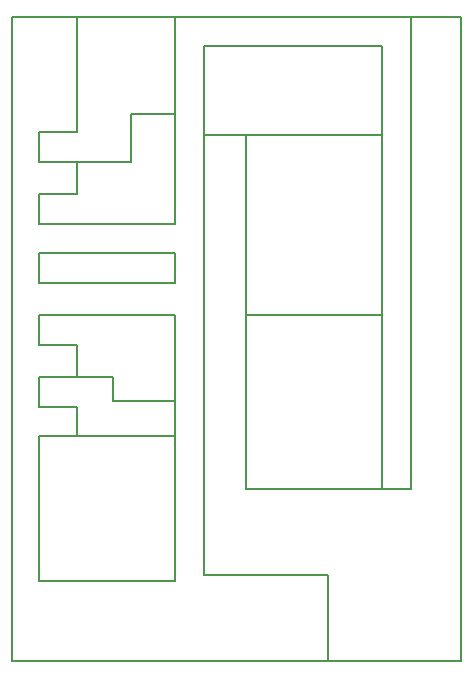
<source format=gbr>
G04 #@! TF.FileFunction,Other,ECO1*
%FSLAX46Y46*%
G04 Gerber Fmt 4.6, Leading zero omitted, Abs format (unit mm)*
G04 Created by KiCad (PCBNEW 4.0.6) date 07/31/17 14:14:19*
%MOMM*%
%LPD*%
G01*
G04 APERTURE LIST*
%ADD10C,0.100000*%
%ADD11C,0.200000*%
G04 APERTURE END LIST*
D10*
D11*
X159750000Y-79750000D02*
X146000000Y-79750000D01*
X184000000Y-79750000D02*
X159750000Y-79750000D01*
X184000000Y-134250000D02*
X184000000Y-79750000D01*
X146000000Y-134250000D02*
X184000000Y-134250000D01*
X159750000Y-105000000D02*
X151500000Y-105000000D01*
X159750000Y-112250000D02*
X159750000Y-105000000D01*
X159750000Y-112250000D02*
X159750000Y-115250000D01*
X154500000Y-112250000D02*
X159750000Y-112250000D01*
X154500000Y-110250000D02*
X154500000Y-112250000D01*
X151500000Y-110250000D02*
X154500000Y-110250000D01*
X177250000Y-105000000D02*
X165750000Y-105000000D01*
X165750000Y-119750000D02*
X165750000Y-89750000D01*
X166000000Y-119750000D02*
X165750000Y-119750000D01*
X177250000Y-116500000D02*
X177250000Y-119750000D01*
X179750000Y-119750000D02*
X179750000Y-116500000D01*
X166000000Y-119750000D02*
X179750000Y-119750000D01*
X162250000Y-89750000D02*
X177250000Y-89750000D01*
X179750000Y-116500000D02*
X179750000Y-79750000D01*
X177250000Y-82250000D02*
X177250000Y-116500000D01*
X162250000Y-82250000D02*
X177250000Y-82250000D01*
X162250000Y-127000000D02*
X162250000Y-82250000D01*
X172750000Y-127000000D02*
X162250000Y-127000000D01*
X172750000Y-134250000D02*
X172750000Y-127000000D01*
X148250000Y-112750000D02*
X148250000Y-110250000D01*
X159750000Y-88000000D02*
X159750000Y-79750000D01*
X159750000Y-88000000D02*
X159750000Y-89500000D01*
X156000000Y-88000000D02*
X159750000Y-88000000D01*
X156000000Y-92000000D02*
X156000000Y-88000000D01*
X151500000Y-92000000D02*
X156000000Y-92000000D01*
X159750000Y-97250000D02*
X159750000Y-89500000D01*
X151500000Y-97250000D02*
X159750000Y-97250000D01*
X159750000Y-99750000D02*
X151500000Y-99750000D01*
X159750000Y-102250000D02*
X159750000Y-99750000D01*
X151500000Y-102250000D02*
X159750000Y-102250000D01*
X151500000Y-89500000D02*
X151500000Y-79750000D01*
X148250000Y-89500000D02*
X151500000Y-89500000D01*
X148250000Y-92000000D02*
X148250000Y-89500000D01*
X151500000Y-92000000D02*
X148250000Y-92000000D01*
X151500000Y-94750000D02*
X151500000Y-92000000D01*
X148250000Y-94750000D02*
X151500000Y-94750000D01*
X148250000Y-97250000D02*
X148250000Y-94750000D01*
X151500000Y-97250000D02*
X148250000Y-97250000D01*
X148250000Y-99750000D02*
X151500000Y-99750000D01*
X148250000Y-102250000D02*
X148250000Y-99750000D01*
X151500000Y-102250000D02*
X148250000Y-102250000D01*
X148250000Y-105000000D02*
X151500000Y-105000000D01*
X148250000Y-107500000D02*
X148250000Y-105000000D01*
X151500000Y-107500000D02*
X148250000Y-107500000D01*
X151500000Y-110250000D02*
X151500000Y-107500000D01*
X148250000Y-110250000D02*
X151500000Y-110250000D01*
X151500000Y-112750000D02*
X151500000Y-115250000D01*
X148250000Y-112750000D02*
X151500000Y-112750000D01*
X148250000Y-127500000D02*
X148250000Y-115250000D01*
X159750000Y-127500000D02*
X148250000Y-127500000D01*
X159750000Y-115250000D02*
X159750000Y-127500000D01*
X148250000Y-115250000D02*
X159750000Y-115250000D01*
X146000000Y-134250000D02*
X146000000Y-79750000D01*
M02*

</source>
